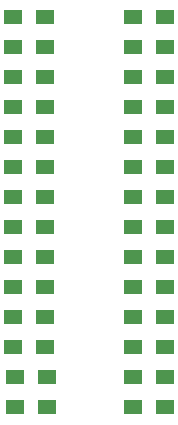
<source format=gtp>
G04 #@! TF.GenerationSoftware,KiCad,Pcbnew,5.0.0-rc2*
G04 #@! TF.CreationDate,2018-11-23T00:10:12-05:00*
G04 #@! TF.ProjectId,ZMHW_Map,5A4D48575F4D61702E6B696361645F70,rev?*
G04 #@! TF.SameCoordinates,Original*
G04 #@! TF.FileFunction,Paste,Top*
G04 #@! TF.FilePolarity,Positive*
%FSLAX46Y46*%
G04 Gerber Fmt 4.6, Leading zero omitted, Abs format (unit mm)*
G04 Created by KiCad (PCBNEW 5.0.0-rc2) date Fri Nov 23 00:10:12 2018*
%MOMM*%
%LPD*%
G01*
G04 APERTURE LIST*
%ADD10R,1.500000X1.300000*%
G04 APERTURE END LIST*
D10*
G04 #@! TO.C,R1*
X208614000Y-35052000D03*
X205914000Y-35052000D03*
G04 #@! TD*
G04 #@! TO.C,R2*
X216074000Y-35052000D03*
X218774000Y-35052000D03*
G04 #@! TD*
G04 #@! TO.C,R3*
X208614000Y-37592000D03*
X205914000Y-37592000D03*
G04 #@! TD*
G04 #@! TO.C,R4*
X218774000Y-37592000D03*
X216074000Y-37592000D03*
G04 #@! TD*
G04 #@! TO.C,R5*
X208614000Y-40132000D03*
X205914000Y-40132000D03*
G04 #@! TD*
G04 #@! TO.C,R6*
X218774000Y-40132000D03*
X216074000Y-40132000D03*
G04 #@! TD*
G04 #@! TO.C,R7*
X208614000Y-42672000D03*
X205914000Y-42672000D03*
G04 #@! TD*
G04 #@! TO.C,R8*
X218774000Y-42672000D03*
X216074000Y-42672000D03*
G04 #@! TD*
G04 #@! TO.C,R9*
X208614000Y-45212000D03*
X205914000Y-45212000D03*
G04 #@! TD*
G04 #@! TO.C,R10*
X216074000Y-45212000D03*
X218774000Y-45212000D03*
G04 #@! TD*
G04 #@! TO.C,R11*
X208614000Y-47752000D03*
X205914000Y-47752000D03*
G04 #@! TD*
G04 #@! TO.C,R12*
X216074000Y-47752000D03*
X218774000Y-47752000D03*
G04 #@! TD*
G04 #@! TO.C,R13*
X208614000Y-50292000D03*
X205914000Y-50292000D03*
G04 #@! TD*
G04 #@! TO.C,R14*
X218774000Y-50292000D03*
X216074000Y-50292000D03*
G04 #@! TD*
G04 #@! TO.C,R15*
X208614000Y-52832000D03*
X205914000Y-52832000D03*
G04 #@! TD*
G04 #@! TO.C,R16*
X218774000Y-52832000D03*
X216074000Y-52832000D03*
G04 #@! TD*
G04 #@! TO.C,R17*
X208614000Y-55372000D03*
X205914000Y-55372000D03*
G04 #@! TD*
G04 #@! TO.C,R18*
X218774000Y-55372000D03*
X216074000Y-55372000D03*
G04 #@! TD*
G04 #@! TO.C,R19*
X208614000Y-57912000D03*
X205914000Y-57912000D03*
G04 #@! TD*
G04 #@! TO.C,R20*
X218774000Y-57912000D03*
X216074000Y-57912000D03*
G04 #@! TD*
G04 #@! TO.C,R21*
X205914000Y-60452000D03*
X208614000Y-60452000D03*
G04 #@! TD*
G04 #@! TO.C,R22*
X218774000Y-60452000D03*
X216074000Y-60452000D03*
G04 #@! TD*
G04 #@! TO.C,R23*
X205914000Y-62992000D03*
X208614000Y-62992000D03*
G04 #@! TD*
G04 #@! TO.C,R24*
X216074000Y-62992000D03*
X218774000Y-62992000D03*
G04 #@! TD*
G04 #@! TO.C,R25*
X206088000Y-65532000D03*
X208788000Y-65532000D03*
G04 #@! TD*
G04 #@! TO.C,R26*
X218774000Y-65532000D03*
X216074000Y-65532000D03*
G04 #@! TD*
G04 #@! TO.C,R27*
X208788000Y-68072000D03*
X206088000Y-68072000D03*
G04 #@! TD*
G04 #@! TO.C,R28*
X218774000Y-68072000D03*
X216074000Y-68072000D03*
G04 #@! TD*
M02*

</source>
